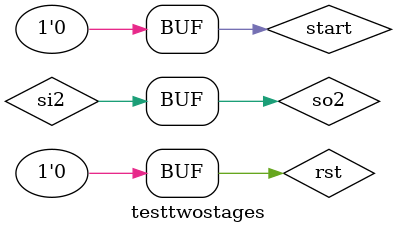
<source format=v>
module testtwostages;
    reg start, rst;
    wire pi1, si1, po1, so1, f1, pi2, si2, po2, so2, f2;

    q_stage stage1(start, rst, pi1, si1, po1, so1, f1);
    q_stage stage2(start, rst, pi2, si2, po2, so2, f2);

    buf
    #1  (pi2, so1),
        (si1, po2);
    buf
    #1  (si2, so2);
    not
    #10 (pi1, po1);

    initial
        begin 
            $dumpfile("testtwostages.vcd");
            $dumpvars(0,testtwostages);
            #0      start=1; rst=1;
            #20     start=0; rst=1;
            #20     start=0; rst=0;
        end

endmodule // testqstage

</source>
